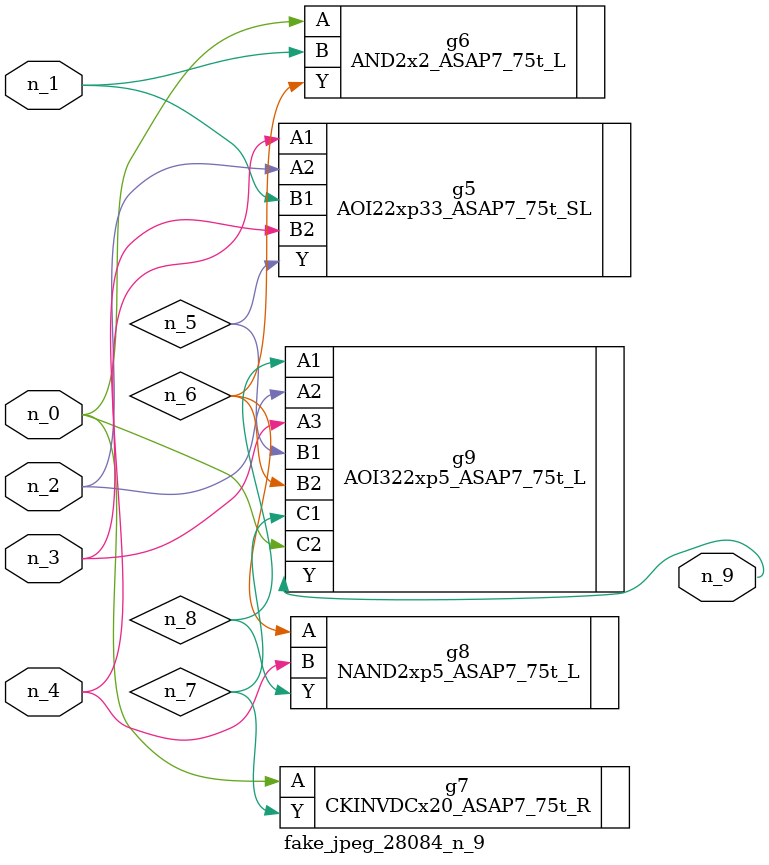
<source format=v>
module fake_jpeg_28084_n_9 (n_3, n_2, n_1, n_0, n_4, n_9);

input n_3;
input n_2;
input n_1;
input n_0;
input n_4;

output n_9;

wire n_8;
wire n_6;
wire n_5;
wire n_7;

AOI22xp33_ASAP7_75t_SL g5 ( 
.A1(n_4),
.A2(n_2),
.B1(n_1),
.B2(n_3),
.Y(n_5)
);

AND2x2_ASAP7_75t_L g6 ( 
.A(n_0),
.B(n_1),
.Y(n_6)
);

CKINVDCx20_ASAP7_75t_R g7 ( 
.A(n_0),
.Y(n_7)
);

NAND2xp5_ASAP7_75t_L g8 ( 
.A(n_6),
.B(n_4),
.Y(n_8)
);

AOI322xp5_ASAP7_75t_L g9 ( 
.A1(n_8),
.A2(n_2),
.A3(n_3),
.B1(n_5),
.B2(n_6),
.C1(n_7),
.C2(n_0),
.Y(n_9)
);


endmodule
</source>
